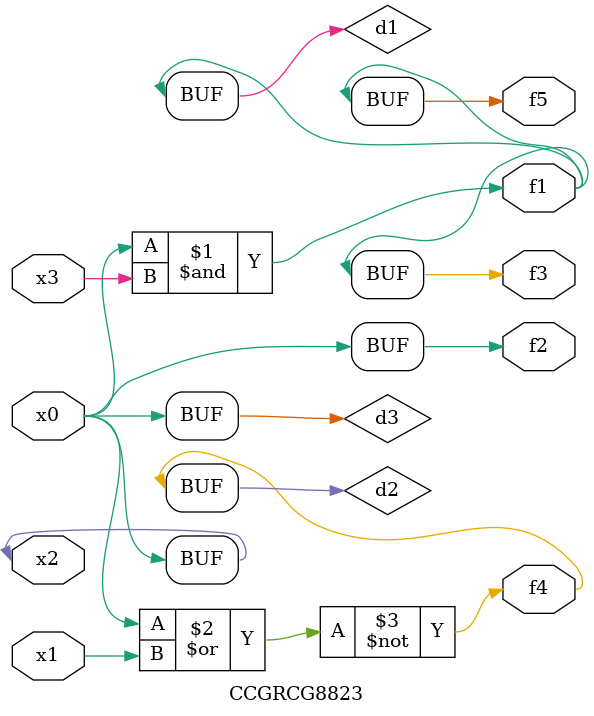
<source format=v>
module CCGRCG8823(
	input x0, x1, x2, x3,
	output f1, f2, f3, f4, f5
);

	wire d1, d2, d3;

	and (d1, x2, x3);
	nor (d2, x0, x1);
	buf (d3, x0, x2);
	assign f1 = d1;
	assign f2 = d3;
	assign f3 = d1;
	assign f4 = d2;
	assign f5 = d1;
endmodule

</source>
